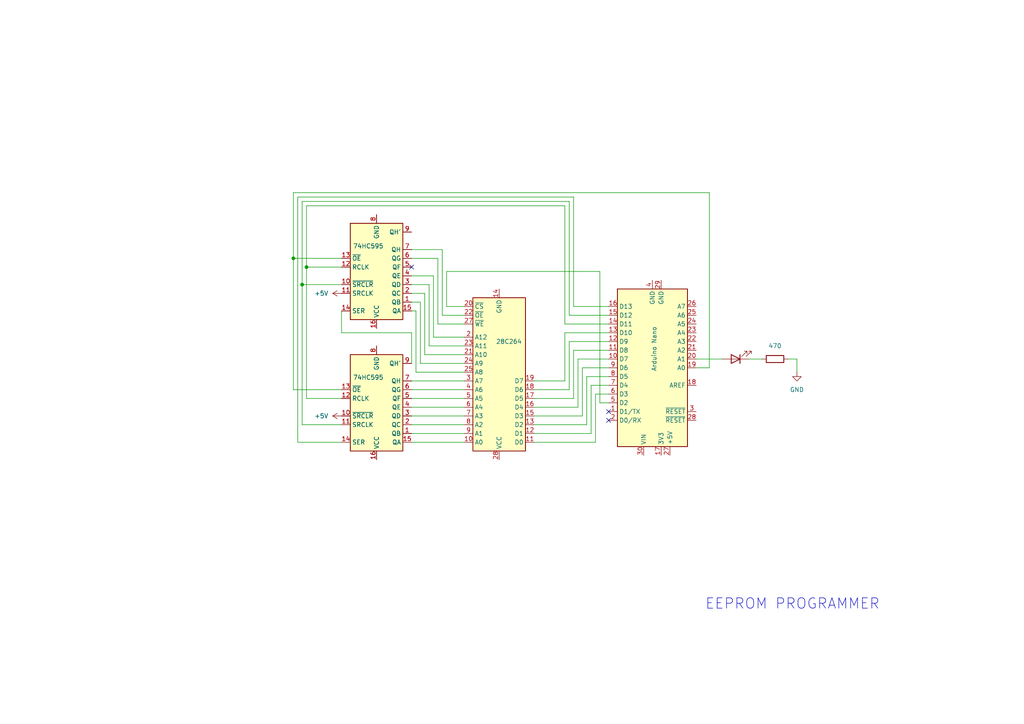
<source format=kicad_sch>
(kicad_sch (version 20231120) (generator "eeschema") (generator_version "8.0")
  (paper "A4")
  (title_block (date "2025") (rev "1") (company "J. Heit"))
  (lib_symbols
    (symbol "74xx:74HC595"
      (property "Reference" "U" (at -7.62 13.97 0))
      (property "Value" "74HC595" (at -7.62 -16.51 0))
      (symbol "74HC595_1_0"
        (pin tri_state line (at 10.16 7.62 180) (length 2.54) (name "QB") (number "1"))
        (pin input line (at -10.16 2.54 0) (length 2.54) (name "~{SRCLR}") (number "10"))
        (pin input line (at -10.16 5.08 0) (length 2.54) (name "SRCLK") (number "11"))
        (pin input line (at -10.16 -2.54 0) (length 2.54) (name "RCLK") (number "12"))
        (pin input line (at -10.16 -5.08 0) (length 2.54) (name "~{OE}") (number "13"))
        (pin input line (at -10.16 10.16 0) (length 2.54) (name "SER") (number "14"))
        (pin tri_state line (at 10.16 10.16 180) (length 2.54) (name "QA") (number "15"))
        (pin power_in line (at 0 15.24 270) (length 2.54) (name "VCC") (number "16"))
        (pin tri_state line (at 10.16 5.08 180) (length 2.54) (name "QC") (number "2"))
        (pin tri_state line (at 10.16 2.54 180) (length 2.54) (name "QD") (number "3"))
        (pin tri_state line (at 10.16 0 180) (length 2.54) (name "QE") (number "4"))
        (pin tri_state line (at 10.16 -2.54 180) (length 2.54) (name "QF") (number "5"))
        (pin tri_state line (at 10.16 -5.08 180) (length 2.54) (name "QG") (number "6"))
        (pin tri_state line (at 10.16 -7.62 180) (length 2.54) (name "QH") (number "7"))
        (pin power_in line (at 0 -17.78 90) (length 2.54) (name "GND") (number "8"))
        (pin output line (at 10.16 -12.7 180) (length 2.54) (name "QH'") (number "9"))
      )
      (symbol "74HC595_1_1"
        (rectangle (start -7.62 12.7) (end 7.62 -15.24) (stroke (width 0.254)) (fill (type background)))
      )
    )
    (symbol "Device:LED" (pin_numbers hide) (pin_names (offset 1.016) hide)
      (property "Reference" "D" (at 0 2.54 0))
      (property "Value" "LED" (at 0 -2.54 0))
      (symbol "LED_0_1"
        (polyline (pts (xy -1.27 -1.27) (xy -1.27 1.27)) (stroke (width 0.254)))
        (polyline (pts (xy -1.27 0) (xy 1.27 0)))
        (polyline (pts (xy 1.27 -1.27) (xy 1.27 1.27) (xy -1.27 0) (xy 1.27 -1.27)) (stroke (width 0.254)))
        (polyline (pts (xy -3.048 -0.762) (xy -4.572 -2.286) (xy -3.81 -2.286) (xy -4.572 -2.286) (xy -4.572 -1.524)))
        (polyline (pts (xy -1.778 -0.762) (xy -3.302 -2.286) (xy -2.54 -2.286) (xy -3.302 -2.286) (xy -3.302 -1.524)))
      )
      (symbol "LED_1_1"
        (pin passive line (at -3.81 0 0) (length 2.54) (name "K") (number "1"))
        (pin passive line (at 3.81 0 180) (length 2.54) (name "A") (number "2"))
      )
    )
    (symbol "Device:R" (pin_numbers hide) (pin_names (offset 0))
      (property "Reference" "R" (at 2.032 0 90))
      (property "Value" "R" (at 0 0 90))
      (symbol "R_0_1"
        (rectangle (start -1.016 -2.54) (end 1.016 2.54) (stroke (width 0.254)))
      )
      (symbol "R_1_1"
        (pin passive line (at 0 3.81 270) (length 1.27) (name "~") (number "1"))
        (pin passive line (at 0 -3.81 90) (length 1.27) (name "~") (number "2"))
      )
    )
    (symbol "MCU_Module:Arduino_Nano_v3.x"
      (property "Reference" "A" (at -10.16 23.495 0))
      (property "Value" "Arduino_Nano_v3.x" (at 5.08 -24.13 0))
      (symbol "Arduino_Nano_v3.x_0_1"
        (rectangle (start -10.16 22.86) (end 10.16 -22.86) (stroke (width 0.254)) (fill (type background)))
      )
      (symbol "Arduino_Nano_v3.x_1_1"
        (pin bidirectional line (at -12.7 12.7 0) (length 2.54) (name "D1/TX") (number "1"))
        (pin bidirectional line (at -12.7 -2.54 0) (length 2.54) (name "D7") (number "10"))
        (pin bidirectional line (at -12.7 -5.08 0) (length 2.54) (name "D8") (number "11"))
        (pin bidirectional line (at -12.7 -7.62 0) (length 2.54) (name "D9") (number "12"))
        (pin bidirectional line (at -12.7 -10.16 0) (length 2.54) (name "D10") (number "13"))
        (pin bidirectional line (at -12.7 -12.7 0) (length 2.54) (name "D11") (number "14"))
        (pin bidirectional line (at -12.7 -15.24 0) (length 2.54) (name "D12") (number "15"))
        (pin bidirectional line (at -12.7 -17.78 0) (length 2.54) (name "D13") (number "16"))
        (pin power_out line (at 2.54 25.4 270) (length 2.54) (name "3V3") (number "17"))
        (pin input line (at 12.7 5.08 180) (length 2.54) (name "AREF") (number "18"))
        (pin bidirectional line (at 12.7 0 180) (length 2.54) (name "A0") (number "19"))
        (pin bidirectional line (at -12.7 15.24 0) (length 2.54) (name "D0/RX") (number "2"))
        (pin bidirectional line (at 12.7 -2.54 180) (length 2.54) (name "A1") (number "20"))
        (pin bidirectional line (at 12.7 -5.08 180) (length 2.54) (name "A2") (number "21"))
        (pin bidirectional line (at 12.7 -7.62 180) (length 2.54) (name "A3") (number "22"))
        (pin bidirectional line (at 12.7 -10.16 180) (length 2.54) (name "A4") (number "23"))
        (pin bidirectional line (at 12.7 -12.7 180) (length 2.54) (name "A5") (number "24"))
        (pin bidirectional line (at 12.7 -15.24 180) (length 2.54) (name "A6") (number "25"))
        (pin bidirectional line (at 12.7 -17.78 180) (length 2.54) (name "A7") (number "26"))
        (pin power_out line (at 5.08 25.4 270) (length 2.54) (name "+5V") (number "27"))
        (pin input line (at 12.7 15.24 180) (length 2.54) (name "~{RESET}") (number "28"))
        (pin power_in line (at 2.54 -25.4 90) (length 2.54) (name "GND") (number "29"))
        (pin input line (at 12.7 12.7 180) (length 2.54) (name "~{RESET}") (number "3"))
        (pin power_in line (at -2.54 25.4 270) (length 2.54) (name "VIN") (number "30"))
        (pin power_in line (at 0 -25.4 90) (length 2.54) (name "GND") (number "4"))
        (pin bidirectional line (at -12.7 10.16 0) (length 2.54) (name "D2") (number "5"))
        (pin bidirectional line (at -12.7 7.62 0) (length 2.54) (name "D3") (number "6"))
        (pin bidirectional line (at -12.7 5.08 0) (length 2.54) (name "D4") (number "7"))
        (pin bidirectional line (at -12.7 2.54 0) (length 2.54) (name "D5") (number "8"))
        (pin bidirectional line (at -12.7 0 0) (length 2.54) (name "D6") (number "9"))
      )
    )
    (symbol "Memory_EEPROM:28C256"
      (property "Reference" "U?" (at 2.1941 30.48 0))
      (property "Value" "28C256" (at 2.1941 27.94 0))
      (symbol "28C256_1_1"
        (rectangle (start -7.62 25.4) (end 7.62 -19.05) (stroke (width 0.254)) (fill (type background)))
        (pin input line (at -10.16 22.86 0) (length 2.54) (name "A0") (number "10"))
        (pin tri_state line (at 10.16 22.86 180) (length 2.54) (name "D0") (number "11"))
        (pin tri_state line (at 10.16 20.32 180) (length 2.54) (name "D1") (number "12"))
        (pin tri_state line (at 10.16 17.78 180) (length 2.54) (name "D2") (number "13"))
        (pin power_in line (at 0 -21.59 90) (length 2.54) (name "GND") (number "14"))
        (pin tri_state line (at 10.16 15.24 180) (length 2.54) (name "D3") (number "15"))
        (pin tri_state line (at 10.16 12.7 180) (length 2.54) (name "D4") (number "16"))
        (pin tri_state line (at 10.16 10.16 180) (length 2.54) (name "D5") (number "17"))
        (pin tri_state line (at 10.16 7.62 180) (length 2.54) (name "D6") (number "18"))
        (pin tri_state line (at 10.16 5.08 180) (length 2.54) (name "D7") (number "19"))
        (pin input line (at -10.16 -7.62 0) (length 2.54) (name "A12") (number "2"))
        (pin input line (at -10.16 -16.51 0) (length 2.54) (name "~{CS}") (number "20"))
        (pin input line (at -10.16 -2.54 0) (length 2.54) (name "A10") (number "21"))
        (pin input line (at -10.16 -13.97 0) (length 2.54) (name "~{OE}") (number "22"))
        (pin input line (at -10.16 -5.08 0) (length 2.54) (name "A11") (number "23"))
        (pin input line (at -10.16 0 0) (length 2.54) (name "A9") (number "24"))
        (pin input line (at -10.16 2.54 0) (length 2.54) (name "A8") (number "25"))
        (pin input line (at -10.16 -11.43 0) (length 2.54) (name "~{WE}") (number "27"))
        (pin power_in line (at 0 27.94 270) (length 2.54) (name "VCC") (number "28"))
        (pin input line (at -10.16 5.08 0) (length 2.54) (name "A7") (number "3"))
        (pin input line (at -10.16 7.62 0) (length 2.54) (name "A6") (number "4"))
        (pin input line (at -10.16 10.16 0) (length 2.54) (name "A5") (number "5"))
        (pin input line (at -10.16 12.7 0) (length 2.54) (name "A4") (number "6"))
        (pin input line (at -10.16 15.24 0) (length 2.54) (name "A3") (number "7"))
        (pin input line (at -10.16 17.78 0) (length 2.54) (name "A2") (number "8"))
        (pin input line (at -10.16 20.32 0) (length 2.54) (name "A1") (number "9"))
      )
    )
    (symbol "power:+5V" (power) (pin_names (offset 0))
      (property "Value" "+5V" (at 0 3.556 0))
      (symbol "+5V_0_1"
        (polyline (pts (xy -0.762 1.27) (xy 0 2.54)))
        (polyline (pts (xy 0 0) (xy 0 2.54)))
        (polyline (pts (xy 0 2.54) (xy 0.762 1.27)))
      )
      (symbol "+5V_1_1"
        (pin power_in line (at 0 0 90) (length 0) hide (name "+5V") (number "1"))
      )
    )
    (symbol "power:GND" (power) (pin_names (offset 0))
      (property "Value" "GND" (at 0 -3.81 0))
      (symbol "GND_0_1"
        (polyline (pts (xy 0 0) (xy 0 -1.27) (xy 1.27 -1.27) (xy 0 -2.54) (xy -1.27 -1.27) (xy 0 -1.27)))
      )
      (symbol "GND_1_1"
        (pin power_in line (at 0 0 270) (length 0) hide (name "GND") (number "1"))
      )
    )
  )
  (junction (at 85.09 74.93))
  (junction (at 88.9 77.47))
  (junction (at 87.63 82.55))
  (no_connect (at 176.53 119.38))
  (no_connect (at 119.38 77.47))
  (no_connect (at 176.53 121.92))
  (wire (pts (xy 85.09 74.93) (xy 99.06 74.93)))
  (wire (pts (xy 217.17 104.14) (xy 220.98 104.14)))
  (wire (pts (xy 201.93 104.14) (xy 209.55 104.14)))
  (wire (pts (xy 119.38 105.41) (xy 119.38 96.52)))
  (wire (pts (xy 119.38 110.49) (xy 134.62 110.49)))
  (wire (pts (xy 123.19 102.87) (xy 134.62 102.87)))
  (wire (pts (xy 176.53 88.9) (xy 166.37 88.9)))
  (wire (pts (xy 168.91 106.68) (xy 168.91 120.65)))
  (wire (pts (xy 165.1 91.44) (xy 165.1 58.42)))
  (wire (pts (xy 176.53 91.44) (xy 165.1 91.44)))
  (wire (pts (xy 134.62 105.41) (xy 121.92 105.41)))
  (wire (pts (xy 163.83 59.69) (xy 163.83 93.98)))
  (wire (pts (xy 125.73 80.01) (xy 125.73 97.79)))
  (wire (pts (xy 88.9 115.57) (xy 88.9 77.47)))
  (wire (pts (xy 85.09 113.03) (xy 99.06 113.03)))
  (wire (pts (xy 119.38 115.57) (xy 134.62 115.57)))
  (wire (pts (xy 167.64 104.14) (xy 167.64 118.11)))
  (wire (pts (xy 119.38 128.27) (xy 134.62 128.27)))
  (wire (pts (xy 123.19 85.09) (xy 123.19 102.87)))
  (wire (pts (xy 165.1 99.06) (xy 176.53 99.06)))
  (wire (pts (xy 119.38 90.17) (xy 120.65 90.17)))
  (wire (pts (xy 166.37 88.9) (xy 166.37 57.15)))
  (wire (pts (xy 88.9 77.47) (xy 88.9 59.69)))
  (wire (pts (xy 165.1 99.06) (xy 165.1 113.03)))
  (wire (pts (xy 128.27 72.39) (xy 128.27 91.44)))
  (wire (pts (xy 87.63 123.19) (xy 99.06 123.19)))
  (wire (pts (xy 99.06 96.52) (xy 99.06 90.17)))
  (wire (pts (xy 85.09 55.88) (xy 85.09 74.93)))
  (wire (pts (xy 166.37 101.6) (xy 176.53 101.6)))
  (wire (pts (xy 86.36 128.27) (xy 99.06 128.27)))
  (wire (pts (xy 231.14 104.14) (xy 228.6 104.14)))
  (wire (pts (xy 168.91 120.65) (xy 154.94 120.65)))
  (wire (pts (xy 166.37 57.15) (xy 86.36 57.15)))
  (wire (pts (xy 163.83 110.49) (xy 154.94 110.49)))
  (wire (pts (xy 119.38 72.39) (xy 128.27 72.39)))
  (wire (pts (xy 170.18 123.19) (xy 154.94 123.19)))
  (wire (pts (xy 171.45 111.76) (xy 176.53 111.76)))
  (wire (pts (xy 87.63 82.55) (xy 87.63 123.19)))
  (wire (pts (xy 88.9 59.69) (xy 163.83 59.69)))
  (wire (pts (xy 121.92 87.63) (xy 119.38 87.63)))
  (wire (pts (xy 172.72 114.3) (xy 172.72 128.27)))
  (wire (pts (xy 119.38 80.01) (xy 125.73 80.01)))
  (wire (pts (xy 119.38 113.03) (xy 134.62 113.03)))
  (wire (pts (xy 119.38 120.65) (xy 134.62 120.65)))
  (wire (pts (xy 119.38 123.19) (xy 134.62 123.19)))
  (wire (pts (xy 165.1 113.03) (xy 154.94 113.03)))
  (wire (pts (xy 127 93.98) (xy 134.62 93.98)))
  (wire (pts (xy 172.72 114.3) (xy 176.53 114.3)))
  (wire (pts (xy 87.63 58.42) (xy 87.63 82.55)))
  (wire (pts (xy 176.53 116.84) (xy 173.99 116.84)))
  (wire (pts (xy 171.45 125.73) (xy 154.94 125.73)))
  (wire (pts (xy 120.65 90.17) (xy 120.65 107.95)))
  (wire (pts (xy 205.74 106.68) (xy 205.74 55.88)))
  (wire (pts (xy 86.36 57.15) (xy 86.36 128.27)))
  (wire (pts (xy 167.64 118.11) (xy 154.94 118.11)))
  (wire (pts (xy 163.83 96.52) (xy 163.83 110.49)))
  (wire (pts (xy 166.37 115.57) (xy 154.94 115.57)))
  (wire (pts (xy 173.99 116.84) (xy 173.99 78.74)))
  (wire (pts (xy 165.1 58.42) (xy 87.63 58.42)))
  (wire (pts (xy 124.46 100.33) (xy 124.46 82.55)))
  (wire (pts (xy 87.63 82.55) (xy 99.06 82.55)))
  (wire (pts (xy 129.54 78.74) (xy 129.54 88.9)))
  (wire (pts (xy 121.92 105.41) (xy 121.92 87.63)))
  (wire (pts (xy 119.38 125.73) (xy 134.62 125.73)))
  (wire (pts (xy 119.38 85.09) (xy 123.19 85.09)))
  (wire (pts (xy 99.06 115.57) (xy 88.9 115.57)))
  (wire (pts (xy 124.46 82.55) (xy 119.38 82.55)))
  (wire (pts (xy 168.91 106.68) (xy 176.53 106.68)))
  (wire (pts (xy 205.74 55.88) (xy 85.09 55.88)))
  (wire (pts (xy 163.83 93.98) (xy 176.53 93.98)))
  (wire (pts (xy 167.64 104.14) (xy 176.53 104.14)))
  (wire (pts (xy 172.72 128.27) (xy 154.94 128.27)))
  (wire (pts (xy 171.45 111.76) (xy 171.45 125.73)))
  (wire (pts (xy 134.62 100.33) (xy 124.46 100.33)))
  (wire (pts (xy 170.18 109.22) (xy 170.18 123.19)))
  (wire (pts (xy 173.99 78.74) (xy 129.54 78.74)))
  (wire (pts (xy 125.73 97.79) (xy 134.62 97.79)))
  (wire (pts (xy 129.54 88.9) (xy 134.62 88.9)))
  (wire (pts (xy 163.83 96.52) (xy 176.53 96.52)))
  (wire (pts (xy 88.9 77.47) (xy 99.06 77.47)))
  (wire (pts (xy 170.18 109.22) (xy 176.53 109.22)))
  (wire (pts (xy 85.09 74.93) (xy 85.09 113.03)))
  (wire (pts (xy 119.38 74.93) (xy 127 74.93)))
  (wire (pts (xy 120.65 107.95) (xy 134.62 107.95)))
  (wire (pts (xy 201.93 106.68) (xy 205.74 106.68)))
  (wire (pts (xy 119.38 118.11) (xy 134.62 118.11)))
  (wire (pts (xy 127 74.93) (xy 127 93.98)))
  (wire (pts (xy 119.38 96.52) (xy 99.06 96.52)))
  (wire (pts (xy 128.27 91.44) (xy 134.62 91.44)))
  (wire (pts (xy 166.37 101.6) (xy 166.37 115.57)))
  (wire (pts (xy 231.14 107.95) (xy 231.14 104.14)))
  (text "EEPROM PROGRAMMER" (at 229.87 175.26 0) (effects (font (size 3 3))))
  (symbol (lib_id "Device:LED") (at 213.36 104.14 180) (unit 1)
    (property "Reference" "D1" (effects (hide yes)))
    (property "Value" "LED" (effects (hide yes)))
    (property "Description" "Light emitting diode" (effects (hide yes)))
  )
  (symbol (lib_id "Device:R") (at 224.79 104.14 90) (unit 1)
    (property "Reference" "R1" (effects (hide yes)))
    (property "Value" "470" (at 224.79 100.33 90))
    (property "Description" "Resistor" (effects (hide yes)))
  )
  (symbol (lib_id "74xx:74HC595") (at 109.22 80.01 0) (mirror x) (unit 1)
    (property "Reference" "U1" (effects (hide yes)))
    (property "Value" "74HC595" (at 111.252 71.374 0) (effects (justify right)))
    (property "Datasheet" "http://www.ti.com/lit/ds/symlink/sn74hc595.pdf" (effects (hide yes)))
    (property "Description" "8-bit serial in/out Shift Register 3-State Outputs" (effects (hide yes)))
  )
  (symbol (lib_id "Memory_EEPROM:28C256") (at 144.78 105.41 0) (mirror x) (unit 1)
    (property "Reference" "U?" (effects (hide yes)))
    (property "Value" "28C264" (at 151.384 99.06 0) (effects (justify right)))
    (property "Datasheet" "http://ww1.microchip.com/downloads/en/DeviceDoc/doc0006.pdf" (effects (hide yes)))
    (property "Description" "Paged Parallel EEPROM 256Kb (32K x 8), DIP-28/SOIC-28" (effects (hide yes)))
  )
  (symbol (lib_id "74xx:74HC595") (at 109.22 118.11 0) (mirror x) (unit 1)
    (property "Reference" "U2" (effects (hide yes)))
    (property "Value" "74HC595" (at 111.252 109.474 0) (effects (justify right)))
    (property "Datasheet" "http://www.ti.com/lit/ds/symlink/sn74hc595.pdf" (effects (hide yes)))
    (property "Description" "8-bit serial in/out Shift Register 3-State Outputs" (effects (hide yes)))
  )
  (symbol (lib_id "MCU_Module:Arduino_Nano_v3.x") (at 189.23 106.68 0) (mirror x) (unit 1)
    (property "Reference" "A1" (effects (hide yes)))
    (property "Value" "Arduino Nano" (at 189.738 107.696 90) (effects (justify right)))
    (property "Footprint" "Module:Arduino_Nano" (effects (hide yes)))
    (property "Datasheet" "http://www.mouser.com/pdfdocs/Gravitech_Arduino_Nano3_0.pdf" (effects (hide yes)))
    (property "Description" "Arduino Nano v3.x" (effects (hide yes)))
  )
  (symbol (lib_id "power:GND") (at 231.14 107.95 0) (unit 1)
    (property "Reference" "#PWR03" (effects (hide yes)))
    (property "Value" "GND" (at 231.14 113.03 0))
    (property "Description" "Power symbol creates a global label with name \"GND\" , ground" (effects (hide yes)))
  )
  (symbol (lib_id "power:+5V") (at 99.06 85.09 90) (unit 1)
    (property "Reference" "#PWR02" (effects (hide yes)))
    (property "Value" "+5V" (at 95.25 85.0899 90) (effects (justify left)))
    (property "Description" "Power symbol creates a global label with name \"+5V\"" (effects (hide yes)))
  )
  (symbol (lib_id "power:+5V") (at 99.06 120.65 90) (unit 1)
    (property "Reference" "#PWR01" (effects (hide yes)))
    (property "Value" "+5V" (at 95.25 120.6499 90) (effects (justify left)))
    (property "Description" "Power symbol creates a global label with name \"+5V\"" (effects (hide yes)))
  )
)
</source>
